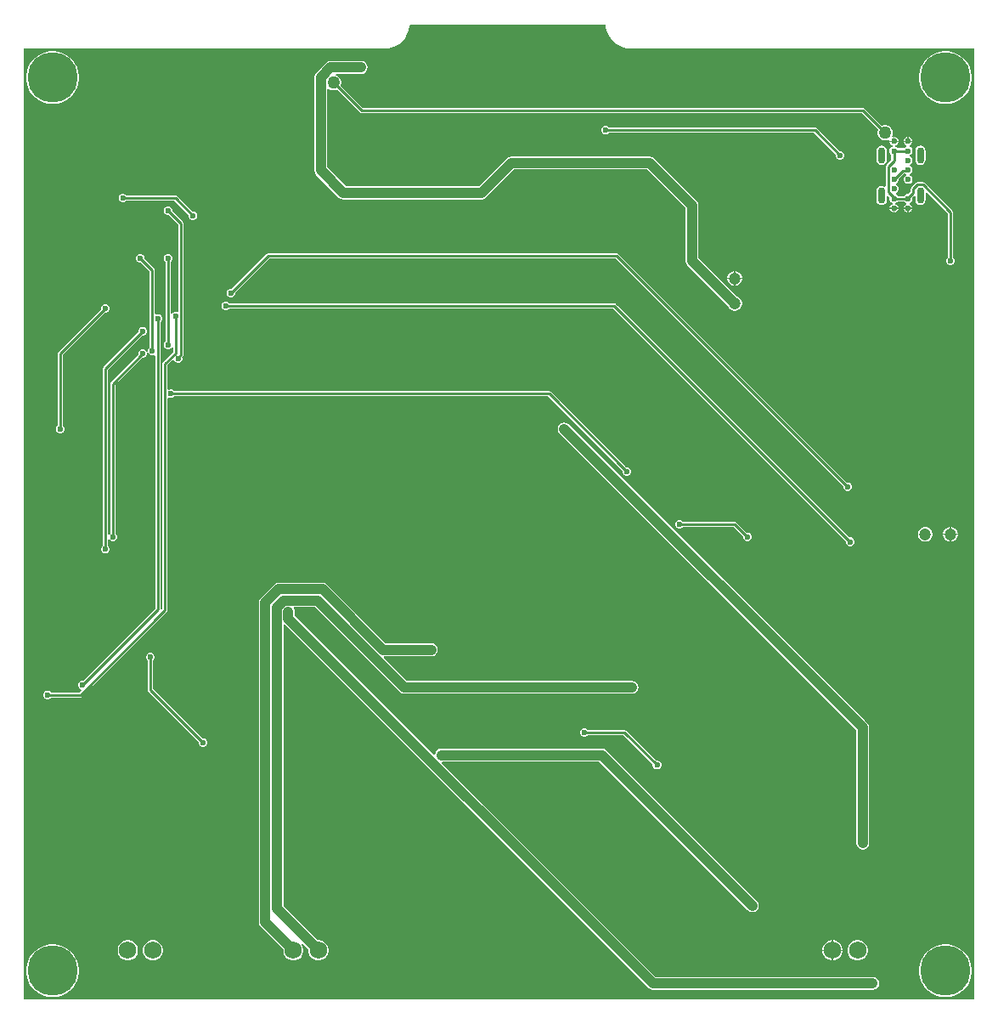
<source format=gbl>
G04*
G04 #@! TF.GenerationSoftware,Altium Limited,Altium Designer,21.6.4 (81)*
G04*
G04 Layer_Physical_Order=2*
G04 Layer_Color=16711680*
%FSLAX25Y25*%
%MOIN*%
G70*
G04*
G04 #@! TF.SameCoordinates,85F88870-6580-45CF-999F-45165BC928DD*
G04*
G04*
G04 #@! TF.FilePolarity,Positive*
G04*
G01*
G75*
%ADD15C,0.01000*%
%ADD123C,0.04000*%
%ADD126C,0.06890*%
%ADD127C,0.02362*%
%ADD128O,0.02756X0.06299*%
%ADD129C,0.04724*%
%ADD130C,0.19685*%
%ADD131C,0.02756*%
%ADD132C,0.05000*%
G36*
X238769Y392078D02*
X239149Y390495D01*
X239772Y388991D01*
X240623Y387603D01*
X241680Y386365D01*
X242918Y385308D01*
X244306Y384457D01*
X245810Y383834D01*
X247393Y383454D01*
X249016Y383326D01*
X383326D01*
X383326Y102362D01*
X383326Y102362D01*
Y10374D01*
X10374Y10374D01*
Y383326D01*
X151575D01*
X153198Y383454D01*
X154781Y383834D01*
X156285Y384457D01*
X157673Y385308D01*
X158911Y386365D01*
X159968Y387603D01*
X160819Y388991D01*
X161442Y390495D01*
X161822Y392078D01*
X161886Y392898D01*
X238704D01*
X238769Y392078D01*
D02*
G37*
%LPC*%
G36*
X372861Y382390D02*
X371233D01*
X369625Y382135D01*
X368077Y381632D01*
X366627Y380893D01*
X365310Y379936D01*
X364158Y378785D01*
X363201Y377468D01*
X362462Y376017D01*
X361959Y374469D01*
X361705Y372861D01*
Y371233D01*
X361959Y369625D01*
X362462Y368077D01*
X363201Y366627D01*
X364158Y365310D01*
X365310Y364158D01*
X366627Y363201D01*
X368077Y362462D01*
X369625Y361959D01*
X371233Y361705D01*
X372861D01*
X374469Y361959D01*
X376017Y362462D01*
X377468Y363201D01*
X378785Y364158D01*
X379936Y365310D01*
X380893Y366627D01*
X381632Y368077D01*
X382135Y369625D01*
X382390Y371233D01*
Y372861D01*
X382135Y374469D01*
X381632Y376017D01*
X380893Y377468D01*
X379936Y378785D01*
X378785Y379936D01*
X377468Y380893D01*
X376017Y381632D01*
X374469Y382135D01*
X372861Y382390D01*
D02*
G37*
G36*
X22467D02*
X20840D01*
X19232Y382135D01*
X17683Y381632D01*
X16233Y380893D01*
X14916Y379936D01*
X13765Y378785D01*
X12808Y377468D01*
X12069Y376017D01*
X11566Y374469D01*
X11311Y372861D01*
Y371233D01*
X11566Y369625D01*
X12069Y368077D01*
X12808Y366627D01*
X13765Y365310D01*
X14916Y364158D01*
X16233Y363201D01*
X17683Y362462D01*
X19232Y361959D01*
X20840Y361705D01*
X22467D01*
X24075Y361959D01*
X25624Y362462D01*
X27074Y363201D01*
X28391Y364158D01*
X29542Y365310D01*
X30499Y366627D01*
X31238Y368077D01*
X31741Y369625D01*
X31996Y371233D01*
Y372861D01*
X31741Y374469D01*
X31238Y376017D01*
X30499Y377468D01*
X29542Y378785D01*
X28391Y379936D01*
X27074Y380893D01*
X25624Y381632D01*
X24075Y382135D01*
X22467Y382390D01*
D02*
G37*
G36*
X352185Y348728D02*
X352100D01*
Y347297D01*
X353532D01*
Y347382D01*
X353276Y348000D01*
X352803Y348472D01*
X352185Y348728D01*
D02*
G37*
G36*
X357697D02*
X357612D01*
Y347297D01*
X359043D01*
Y347382D01*
X358787Y348000D01*
X358314Y348472D01*
X357697Y348728D01*
D02*
G37*
G36*
X357112D02*
X357028D01*
X356410Y348472D01*
X355937Y348000D01*
X355681Y347382D01*
Y347297D01*
X357112D01*
Y348728D01*
D02*
G37*
G36*
X142717Y378533D02*
X130724D01*
X129749Y378339D01*
X128922Y377787D01*
X125087Y373952D01*
X124535Y373125D01*
X124341Y372150D01*
Y335709D01*
X124535Y334733D01*
X125087Y333906D01*
X134024Y324969D01*
X134851Y324417D01*
X135827Y324223D01*
X189961D01*
X190936Y324417D01*
X191763Y324969D01*
X202828Y336034D01*
X254850D01*
X270020Y320864D01*
Y300266D01*
X270214Y299291D01*
X270766Y298464D01*
X286642Y282588D01*
X286703Y282360D01*
X287080Y281707D01*
X287613Y281174D01*
X288265Y280797D01*
X288993Y280602D01*
X289747D01*
X290475Y280797D01*
X291127Y281174D01*
X291660Y281707D01*
X292037Y282360D01*
X292232Y283088D01*
Y283841D01*
X292037Y284569D01*
X291660Y285222D01*
X291127Y285755D01*
X290475Y286132D01*
X290247Y286193D01*
X275117Y301322D01*
Y321920D01*
X274923Y322895D01*
X274371Y323722D01*
X257708Y340385D01*
X256881Y340938D01*
X255906Y341132D01*
X201772D01*
X200796Y340938D01*
X199969Y340385D01*
X188905Y329321D01*
X136883D01*
X129439Y336765D01*
Y367580D01*
X129939Y367787D01*
X130048Y367678D01*
X130732Y367283D01*
X131495Y367079D01*
X132285D01*
X133048Y367283D01*
X133172Y367355D01*
X142208Y358318D01*
X142539Y358097D01*
X142929Y358020D01*
X339357D01*
X345701Y351676D01*
X345630Y351552D01*
X345425Y350789D01*
Y349999D01*
X345630Y349236D01*
X346025Y348552D01*
X346583Y347993D01*
X347267Y347598D01*
X348030Y347394D01*
X348820D01*
X349583Y347598D01*
X349760Y347700D01*
X350086Y347446D01*
X350169Y347359D01*
Y347297D01*
X351600D01*
Y348728D01*
X351516D01*
X351502Y348723D01*
X351154Y349119D01*
X351221Y349236D01*
X351425Y349999D01*
Y350789D01*
X351221Y351552D01*
X350826Y352236D01*
X350267Y352794D01*
X349583Y353189D01*
X348820Y353394D01*
X348030D01*
X347267Y353189D01*
X347143Y353118D01*
X340500Y359760D01*
X340170Y359981D01*
X339779Y360059D01*
X143351D01*
X134614Y368797D01*
X134685Y368921D01*
X134890Y369684D01*
Y370474D01*
X134685Y371237D01*
X134290Y371921D01*
X133732Y372479D01*
X133048Y372874D01*
X132820Y372935D01*
X132886Y373435D01*
X142717D01*
X143692Y373629D01*
X144519Y374182D01*
X145071Y375009D01*
X145265Y375984D01*
X145071Y376960D01*
X144519Y377787D01*
X143692Y378339D01*
X142717Y378533D01*
D02*
G37*
G36*
X359043Y346797D02*
X357362D01*
X355681D01*
Y346713D01*
X355937Y346095D01*
X356410Y345622D01*
X356713Y345497D01*
Y344956D01*
X356359Y344809D01*
X355876Y344327D01*
X353336D01*
X352854Y344809D01*
X352500Y344956D01*
Y345497D01*
X352803Y345622D01*
X353276Y346095D01*
X353532Y346713D01*
Y346797D01*
X351850D01*
X350169D01*
Y346713D01*
X350425Y346095D01*
X350898Y345622D01*
X351201Y345497D01*
Y344956D01*
X350847Y344809D01*
X350348Y344311D01*
X350079Y343659D01*
Y342955D01*
X350348Y342303D01*
X350831Y341821D01*
Y339815D01*
X348858Y337842D01*
X348637Y337511D01*
X348559Y337121D01*
Y329491D01*
X348059Y329224D01*
X347776Y329413D01*
X347008Y329566D01*
X346240Y329413D01*
X345589Y328978D01*
X345154Y328327D01*
X345001Y327559D01*
Y324016D01*
X345154Y323248D01*
X345589Y322597D01*
X346240Y322162D01*
X347008Y322009D01*
X347776Y322162D01*
X348427Y322597D01*
X348862Y323248D01*
X349015Y324016D01*
Y325521D01*
X349477Y325712D01*
X350123Y325066D01*
X350079Y324959D01*
Y324254D01*
X350348Y323603D01*
X350847Y323104D01*
X351201Y322958D01*
Y322417D01*
X350898Y322291D01*
X350425Y321818D01*
X350169Y321200D01*
Y321116D01*
X351850D01*
X353532D01*
Y321200D01*
X353276Y321818D01*
X352803Y322291D01*
X352500Y322417D01*
Y322958D01*
X352854Y323104D01*
X353336Y323587D01*
X355876D01*
X356359Y323104D01*
X356713Y322958D01*
Y322417D01*
X356410Y322291D01*
X355937Y321818D01*
X355681Y321200D01*
Y321116D01*
X357362D01*
X359043D01*
Y321200D01*
X358787Y321818D01*
X358314Y322291D01*
X358012Y322417D01*
Y322958D01*
X358366Y323104D01*
X358864Y323603D01*
X359134Y324254D01*
Y324959D01*
X359072Y325108D01*
X359736Y325771D01*
X360198Y325580D01*
Y324016D01*
X360350Y323248D01*
X360786Y322597D01*
X361437Y322162D01*
X362205Y322009D01*
X362973Y322162D01*
X363624Y322597D01*
X364059Y323248D01*
X364212Y324016D01*
Y326894D01*
X364712Y327101D01*
X372996Y318817D01*
Y301555D01*
X372591Y301149D01*
X372335Y300531D01*
Y299863D01*
X372591Y299245D01*
X373063Y298772D01*
X373681Y298516D01*
X374350D01*
X374968Y298772D01*
X375441Y299245D01*
X375697Y299863D01*
Y300531D01*
X375441Y301149D01*
X375035Y301555D01*
Y319239D01*
X374958Y319629D01*
X374737Y319960D01*
X363948Y330749D01*
X363617Y330970D01*
X363227Y331047D01*
X361182D01*
X360792Y330970D01*
X360461Y330749D01*
X358765Y329052D01*
X358544Y328722D01*
X358467Y328331D01*
Y327386D01*
X357459Y326378D01*
X357010D01*
X356359Y326108D01*
X355876Y325626D01*
X353336D01*
X352854Y326108D01*
X352618Y326206D01*
Y326747D01*
X352854Y326845D01*
X353352Y327343D01*
X353622Y327994D01*
Y328699D01*
X353352Y329350D01*
X352854Y329848D01*
X352618Y329946D01*
Y330487D01*
X352854Y330585D01*
X353352Y331083D01*
X353622Y331734D01*
Y332416D01*
X355752Y334546D01*
X356137D01*
X356359Y334325D01*
X356594Y334227D01*
Y333686D01*
X356359Y333589D01*
X355860Y333090D01*
X355591Y332439D01*
Y331734D01*
X355860Y331083D01*
X356359Y330585D01*
X357010Y330315D01*
X357715D01*
X358366Y330585D01*
X358864Y331083D01*
X359134Y331734D01*
Y332439D01*
X358864Y333090D01*
X358366Y333589D01*
X358130Y333686D01*
Y334227D01*
X358366Y334325D01*
X358864Y334823D01*
X359134Y335474D01*
Y336179D01*
X358864Y336830D01*
X358366Y337329D01*
X358130Y337426D01*
Y337967D01*
X358366Y338065D01*
X358864Y338563D01*
X359134Y339214D01*
Y339919D01*
X358864Y340570D01*
X358366Y341069D01*
X358130Y341166D01*
Y341708D01*
X358366Y341805D01*
X358864Y342303D01*
X359134Y342955D01*
Y343659D01*
X358864Y344311D01*
X358366Y344809D01*
X358012Y344956D01*
Y345497D01*
X358314Y345622D01*
X358787Y346095D01*
X359043Y346713D01*
Y346797D01*
D02*
G37*
G36*
X239114Y353059D02*
X238445D01*
X237827Y352803D01*
X237354Y352330D01*
X237098Y351712D01*
Y351044D01*
X237354Y350426D01*
X237827Y349953D01*
X238445Y349697D01*
X239114D01*
X239732Y349953D01*
X240137Y350358D01*
X320444D01*
X329028Y341775D01*
Y341201D01*
X329283Y340583D01*
X329756Y340110D01*
X330374Y339854D01*
X331043D01*
X331661Y340110D01*
X332134Y340583D01*
X332390Y341201D01*
Y341870D01*
X332134Y342488D01*
X331661Y342961D01*
X331043Y343216D01*
X330469D01*
X321587Y352099D01*
X321256Y352320D01*
X320866Y352397D01*
X240137D01*
X239732Y352803D01*
X239114Y353059D01*
D02*
G37*
G36*
X362205Y345314D02*
X361437Y345161D01*
X360786Y344726D01*
X360350Y344075D01*
X360198Y343307D01*
Y339764D01*
X360350Y338996D01*
X360786Y338345D01*
X361437Y337910D01*
X362205Y337757D01*
X362973Y337910D01*
X363624Y338345D01*
X364059Y338996D01*
X364212Y339764D01*
Y343307D01*
X364059Y344075D01*
X363624Y344726D01*
X362973Y345161D01*
X362205Y345314D01*
D02*
G37*
G36*
X347008D02*
X346240Y345161D01*
X345589Y344726D01*
X345154Y344075D01*
X345001Y343307D01*
Y339764D01*
X345154Y338996D01*
X345589Y338345D01*
X346240Y337910D01*
X347008Y337757D01*
X347776Y337910D01*
X348427Y338345D01*
X348862Y338996D01*
X349015Y339764D01*
Y343307D01*
X348862Y344075D01*
X348427Y344726D01*
X347776Y345161D01*
X347008Y345314D01*
D02*
G37*
G36*
X359043Y320616D02*
X357612D01*
Y319185D01*
X357697D01*
X358314Y319441D01*
X358787Y319914D01*
X359043Y320532D01*
Y320616D01*
D02*
G37*
G36*
X357112D02*
X355681D01*
Y320532D01*
X355937Y319914D01*
X356410Y319441D01*
X357028Y319185D01*
X357112D01*
Y320616D01*
D02*
G37*
G36*
X353532D02*
X352100D01*
Y319185D01*
X352185D01*
X352803Y319441D01*
X353276Y319914D01*
X353532Y320532D01*
Y320616D01*
D02*
G37*
G36*
X351600D02*
X350169D01*
Y320532D01*
X350425Y319914D01*
X350898Y319441D01*
X351516Y319185D01*
X351600D01*
Y320616D01*
D02*
G37*
G36*
X49547Y326484D02*
X48878D01*
X48260Y326228D01*
X47787Y325755D01*
X47532Y325137D01*
Y324469D01*
X47787Y323851D01*
X48260Y323378D01*
X48878Y323122D01*
X49547D01*
X50165Y323378D01*
X50570Y323784D01*
X69460D01*
X75090Y318153D01*
Y317579D01*
X75346Y316961D01*
X75819Y316488D01*
X76437Y316232D01*
X77106D01*
X77724Y316488D01*
X78197Y316961D01*
X78453Y317579D01*
Y318248D01*
X78197Y318866D01*
X77724Y319338D01*
X77106Y319595D01*
X76533D01*
X70603Y325524D01*
X70272Y325745D01*
X69882Y325823D01*
X50570D01*
X50165Y326228D01*
X49547Y326484D01*
D02*
G37*
G36*
X289747Y296169D02*
X289620D01*
Y293557D01*
X292232D01*
Y293684D01*
X292037Y294412D01*
X291660Y295064D01*
X291127Y295597D01*
X290475Y295974D01*
X289747Y296169D01*
D02*
G37*
G36*
X289120D02*
X288993D01*
X288265Y295974D01*
X287613Y295597D01*
X287080Y295064D01*
X286703Y294412D01*
X286508Y293684D01*
Y293557D01*
X289120D01*
Y296169D01*
D02*
G37*
G36*
X292232Y293057D02*
X289620D01*
Y290445D01*
X289747D01*
X290475Y290640D01*
X291127Y291017D01*
X291660Y291550D01*
X292037Y292202D01*
X292232Y292930D01*
Y293057D01*
D02*
G37*
G36*
X289120D02*
X286508D01*
Y292930D01*
X286703Y292202D01*
X287080Y291550D01*
X287613Y291017D01*
X288265Y290640D01*
X288993Y290445D01*
X289120D01*
Y293057D01*
D02*
G37*
G36*
X67264Y321563D02*
X66595D01*
X65977Y321307D01*
X65504Y320834D01*
X65248Y320216D01*
Y319548D01*
X65504Y318930D01*
X65977Y318457D01*
X66595Y318201D01*
X67168D01*
X71043Y314326D01*
Y280413D01*
X70543Y280089D01*
X70216Y280224D01*
X69547D01*
X68930Y279969D01*
X68457Y279496D01*
X68449Y279476D01*
X67949Y279576D01*
Y299823D01*
X68354Y300229D01*
X68610Y300847D01*
Y301516D01*
X68354Y302133D01*
X67881Y302606D01*
X67264Y302862D01*
X66595D01*
X65977Y302606D01*
X65504Y302133D01*
X65248Y301516D01*
Y300847D01*
X65504Y300229D01*
X65909Y299823D01*
Y268515D01*
X65504Y268110D01*
X65248Y267492D01*
Y266823D01*
X65504Y266205D01*
X65977Y265732D01*
X66595Y265476D01*
X67264D01*
X67881Y265732D01*
X68354Y266205D01*
X68362Y266225D01*
X68862Y266125D01*
Y264334D01*
X65011Y260483D01*
X64790Y260152D01*
X64713Y259762D01*
Y163661D01*
X64512Y163498D01*
X64012Y163736D01*
Y276201D01*
X64417Y276607D01*
X64673Y277225D01*
Y277893D01*
X64417Y278511D01*
X63944Y278984D01*
X63327Y279240D01*
X62658D01*
X62331Y279105D01*
X61831Y279428D01*
Y296472D01*
X61753Y296863D01*
X61532Y297193D01*
X57784Y300942D01*
Y301516D01*
X57528Y302133D01*
X57055Y302606D01*
X56437Y302862D01*
X55768D01*
X55150Y302606D01*
X54677Y302133D01*
X54421Y301516D01*
Y300847D01*
X54677Y300229D01*
X55150Y299756D01*
X55768Y299500D01*
X56341D01*
X59791Y296050D01*
Y266122D01*
X59386Y265716D01*
X59130Y265098D01*
Y264579D01*
X59130Y264546D01*
X58630Y264447D01*
X58625Y264458D01*
X58512Y264732D01*
X58039Y265205D01*
X57421Y265461D01*
X56752D01*
X56134Y265205D01*
X55661Y264732D01*
X55405Y264114D01*
Y263540D01*
X44555Y252690D01*
X44334Y252359D01*
X44256Y251969D01*
Y193287D01*
X43850Y192881D01*
X43842Y192862D01*
X43342Y192962D01*
Y257452D01*
X56782Y270891D01*
X57355D01*
X57973Y271147D01*
X58446Y271620D01*
X58702Y272237D01*
Y272906D01*
X58446Y273524D01*
X57973Y273997D01*
X57355Y274253D01*
X56686D01*
X56068Y273997D01*
X55596Y273524D01*
X55340Y272906D01*
Y272333D01*
X41602Y258595D01*
X41381Y258264D01*
X41303Y257874D01*
Y188366D01*
X40898Y187960D01*
X40642Y187342D01*
Y186673D01*
X40898Y186056D01*
X41371Y185583D01*
X41988Y185327D01*
X42657D01*
X43275Y185583D01*
X43748Y186056D01*
X44004Y186673D01*
Y187342D01*
X43748Y187960D01*
X43342Y188366D01*
Y190897D01*
X43842Y190996D01*
X43850Y190977D01*
X44323Y190504D01*
X44941Y190248D01*
X45610D01*
X46228Y190504D01*
X46701Y190977D01*
X46957Y191595D01*
Y192263D01*
X46701Y192881D01*
X46295Y193287D01*
Y251546D01*
X56847Y262098D01*
X57421D01*
X58039Y262354D01*
X58512Y262827D01*
X58768Y263445D01*
Y263964D01*
X58768Y263997D01*
X59268Y264097D01*
X59272Y264086D01*
X59386Y263811D01*
X59859Y263339D01*
X60477Y263083D01*
X61145D01*
X61472Y263218D01*
X61972Y262895D01*
Y163808D01*
X33704Y135539D01*
X33130D01*
X32512Y135283D01*
X32039Y134810D01*
X31784Y134193D01*
Y133524D01*
X32039Y132906D01*
X32512Y132433D01*
X32839Y132298D01*
X32964Y131715D01*
X32190Y130941D01*
X21043D01*
X20637Y131346D01*
X20019Y131602D01*
X19351D01*
X18733Y131346D01*
X18260Y130874D01*
X18004Y130256D01*
Y129587D01*
X18260Y128969D01*
X18733Y128496D01*
X19351Y128240D01*
X20019D01*
X20637Y128496D01*
X21043Y128902D01*
X32612D01*
X33002Y128979D01*
X33333Y129200D01*
X66453Y162320D01*
X66674Y162651D01*
X66752Y163041D01*
Y246162D01*
X67252Y246486D01*
X67579Y246350D01*
X68248D01*
X68866Y246606D01*
X69271Y247012D01*
X216113D01*
X245366Y217759D01*
Y217185D01*
X245622Y216567D01*
X246095Y216094D01*
X246713Y215839D01*
X247382D01*
X248000Y216094D01*
X248472Y216567D01*
X248728Y217185D01*
Y217854D01*
X248472Y218472D01*
X248000Y218945D01*
X247382Y219201D01*
X246808D01*
X217256Y248752D01*
X216926Y248973D01*
X216535Y249051D01*
X69271D01*
X68866Y249457D01*
X68248Y249713D01*
X67579D01*
X67252Y249577D01*
X66752Y249901D01*
Y259339D01*
X68723Y261311D01*
X69305Y261186D01*
X69441Y260859D01*
X69914Y260386D01*
X70532Y260130D01*
X71201D01*
X71818Y260386D01*
X72291Y260859D01*
X72547Y261477D01*
Y262145D01*
X72467Y262339D01*
X72784Y262655D01*
X73005Y262986D01*
X73083Y263376D01*
Y314748D01*
X73005Y315138D01*
X72784Y315469D01*
X68610Y319643D01*
Y320216D01*
X68354Y320834D01*
X67881Y321307D01*
X67264Y321563D01*
D02*
G37*
G36*
X42657Y283177D02*
X41988D01*
X41371Y282921D01*
X40898Y282448D01*
X40642Y281831D01*
Y281257D01*
X23885Y264500D01*
X23664Y264170D01*
X23587Y263779D01*
Y235610D01*
X23181Y235204D01*
X22925Y234586D01*
Y233918D01*
X23181Y233300D01*
X23654Y232827D01*
X24272Y232571D01*
X24941D01*
X25559Y232827D01*
X26032Y233300D01*
X26287Y233918D01*
Y234586D01*
X26032Y235204D01*
X25626Y235610D01*
Y263357D01*
X42084Y279815D01*
X42657D01*
X43275Y280071D01*
X43748Y280544D01*
X44004Y281162D01*
Y281831D01*
X43748Y282448D01*
X43275Y282921D01*
X42657Y283177D01*
D02*
G37*
G36*
X243110Y303185D02*
X106299D01*
X105909Y303107D01*
X105578Y302886D01*
X91775Y289083D01*
X91201D01*
X90583Y288827D01*
X90110Y288354D01*
X89854Y287736D01*
Y287067D01*
X90110Y286449D01*
X90583Y285976D01*
X91201Y285720D01*
X91870D01*
X92488Y285976D01*
X92961Y286449D01*
X93217Y287067D01*
Y287641D01*
X106721Y301146D01*
X242688D01*
X331980Y211853D01*
Y211280D01*
X332236Y210662D01*
X332709Y210189D01*
X333327Y209933D01*
X333996D01*
X334614Y210189D01*
X335087Y210662D01*
X335343Y211280D01*
Y211949D01*
X335087Y212566D01*
X334614Y213039D01*
X333996Y213295D01*
X333422D01*
X243831Y302886D01*
X243500Y303107D01*
X243110Y303185D01*
D02*
G37*
G36*
X374393Y195776D02*
X374266D01*
Y193163D01*
X376878D01*
Y193290D01*
X376683Y194018D01*
X376306Y194671D01*
X375773Y195204D01*
X375120Y195580D01*
X374393Y195776D01*
D02*
G37*
G36*
X373766D02*
X373639D01*
X372911Y195580D01*
X372258Y195204D01*
X371725Y194671D01*
X371349Y194018D01*
X371153Y193290D01*
Y193163D01*
X373766D01*
Y195776D01*
D02*
G37*
G36*
X268051Y198531D02*
X267382D01*
X266764Y198275D01*
X266291Y197803D01*
X266035Y197185D01*
Y196516D01*
X266291Y195898D01*
X266764Y195425D01*
X267382Y195169D01*
X268051D01*
X268669Y195425D01*
X269074Y195831D01*
X288948D01*
X292610Y192168D01*
Y191595D01*
X292866Y190977D01*
X293339Y190504D01*
X293957Y190248D01*
X294626D01*
X295244Y190504D01*
X295717Y190977D01*
X295972Y191595D01*
Y192263D01*
X295717Y192881D01*
X295244Y193354D01*
X294626Y193610D01*
X294052D01*
X290091Y197571D01*
X289760Y197792D01*
X289370Y197870D01*
X269074D01*
X268669Y198275D01*
X268051Y198531D01*
D02*
G37*
G36*
X376878Y192663D02*
X374266D01*
Y190051D01*
X374393D01*
X375120Y190246D01*
X375773Y190623D01*
X376306Y191156D01*
X376683Y191809D01*
X376878Y192537D01*
Y192663D01*
D02*
G37*
G36*
X373766D02*
X371153D01*
Y192537D01*
X371349Y191809D01*
X371725Y191156D01*
X372258Y190623D01*
X372911Y190246D01*
X373639Y190051D01*
X373766D01*
Y192663D01*
D02*
G37*
G36*
X364550Y195776D02*
X363796D01*
X363069Y195580D01*
X362416Y195204D01*
X361883Y194671D01*
X361506Y194018D01*
X361311Y193290D01*
Y192537D01*
X361506Y191809D01*
X361883Y191156D01*
X362416Y190623D01*
X363069Y190246D01*
X363796Y190051D01*
X364550D01*
X365278Y190246D01*
X365931Y190623D01*
X366464Y191156D01*
X366840Y191809D01*
X367035Y192537D01*
Y193290D01*
X366840Y194018D01*
X366464Y194671D01*
X365931Y195204D01*
X365278Y195580D01*
X364550Y195776D01*
D02*
G37*
G36*
X89901Y284161D02*
X89232D01*
X88615Y283906D01*
X88142Y283433D01*
X87886Y282815D01*
Y282146D01*
X88142Y281528D01*
X88615Y281055D01*
X89232Y280799D01*
X89901D01*
X90519Y281055D01*
X90925Y281461D01*
X241704D01*
X332965Y190200D01*
Y189626D01*
X333221Y189008D01*
X333693Y188535D01*
X334311Y188279D01*
X334980D01*
X335598Y188535D01*
X336071Y189008D01*
X336327Y189626D01*
Y190295D01*
X336071Y190913D01*
X335598Y191386D01*
X334980Y191642D01*
X334406D01*
X242847Y283201D01*
X242516Y283422D01*
X242126Y283500D01*
X90925D01*
X90519Y283906D01*
X89901Y284161D01*
D02*
G37*
G36*
X127526Y173951D02*
X110445D01*
X109470Y173757D01*
X108643Y173204D01*
X103371Y167932D01*
X102818Y167105D01*
X102624Y166130D01*
Y40693D01*
X102818Y39718D01*
X103371Y38890D01*
X112197Y30064D01*
Y29205D01*
X112466Y28202D01*
X112985Y27302D01*
X113719Y26568D01*
X114619Y26048D01*
X115622Y25780D01*
X116661D01*
X117664Y26048D01*
X118564Y26568D01*
X119298Y27302D01*
X119818Y28202D01*
X120087Y29205D01*
Y30244D01*
X119818Y31247D01*
X119364Y32032D01*
X119764Y32339D01*
X122039Y30064D01*
Y29205D01*
X122308Y28202D01*
X122828Y27302D01*
X123562Y26568D01*
X124462Y26048D01*
X125465Y25780D01*
X126504D01*
X127507Y26048D01*
X128407Y26568D01*
X129141Y27302D01*
X129660Y28202D01*
X129929Y29205D01*
Y30244D01*
X129660Y31247D01*
X129141Y32147D01*
X128407Y32881D01*
X127507Y33400D01*
X126504Y33669D01*
X125644D01*
X112222Y47091D01*
Y157614D01*
X112722Y157821D01*
X255613Y14930D01*
X256440Y14377D01*
X257416Y14183D01*
X343504D01*
X344479Y14377D01*
X345306Y14930D01*
X345859Y15757D01*
X346053Y16732D01*
X345859Y17708D01*
X345306Y18535D01*
X344479Y19087D01*
X343504Y19281D01*
X258471D01*
X174502Y103250D01*
X174709Y103750D01*
X236149D01*
X294457Y45442D01*
X295284Y44889D01*
X296260Y44695D01*
X297235Y44889D01*
X298062Y45442D01*
X298615Y46269D01*
X298809Y47244D01*
X298615Y48219D01*
X298062Y49046D01*
X239007Y108102D01*
X238180Y108654D01*
X237205Y108848D01*
X174213D01*
X173237Y108654D01*
X172410Y108102D01*
X171858Y107275D01*
X171746Y106714D01*
X171203Y106549D01*
X116722Y161030D01*
Y162402D01*
X116528Y163377D01*
X116210Y163853D01*
X116478Y164353D01*
X124607D01*
X157888Y131072D01*
X158715Y130519D01*
X159690Y130325D01*
X249016D01*
X249991Y130519D01*
X250818Y131072D01*
X251371Y131899D01*
X251565Y132874D01*
X251371Y133850D01*
X250818Y134676D01*
X249991Y135229D01*
X249016Y135423D01*
X160746D01*
X151580Y144589D01*
X151787Y145089D01*
X170276D01*
X171251Y145283D01*
X172078Y145835D01*
X172631Y146662D01*
X172825Y147638D01*
X172631Y148613D01*
X172078Y149440D01*
X171251Y149993D01*
X170276Y150187D01*
X152346D01*
X129329Y173204D01*
X128502Y173757D01*
X127526Y173951D01*
D02*
G37*
G36*
X60374Y146366D02*
X59705D01*
X59087Y146110D01*
X58614Y145637D01*
X58358Y145019D01*
Y144351D01*
X58614Y143733D01*
X59020Y143327D01*
Y131890D01*
X59097Y131500D01*
X59318Y131169D01*
X79028Y111460D01*
Y110886D01*
X79283Y110268D01*
X79756Y109795D01*
X80374Y109539D01*
X81043D01*
X81661Y109795D01*
X82134Y110268D01*
X82390Y110886D01*
Y111555D01*
X82134Y112173D01*
X81661Y112646D01*
X81043Y112902D01*
X80470D01*
X61059Y132312D01*
Y143327D01*
X61465Y143733D01*
X61721Y144351D01*
Y145019D01*
X61465Y145637D01*
X60992Y146110D01*
X60374Y146366D01*
D02*
G37*
G36*
X230649Y116839D02*
X229981D01*
X229363Y116583D01*
X228890Y116110D01*
X228634Y115492D01*
Y114823D01*
X228890Y114205D01*
X229363Y113732D01*
X229981Y113476D01*
X230649D01*
X231267Y113732D01*
X231673Y114138D01*
X245641D01*
X257177Y102601D01*
Y102028D01*
X257433Y101410D01*
X257906Y100937D01*
X258524Y100681D01*
X259193D01*
X259810Y100937D01*
X260283Y101410D01*
X260539Y102028D01*
Y102697D01*
X260283Y103314D01*
X259810Y103787D01*
X259193Y104043D01*
X258619D01*
X246784Y115878D01*
X246453Y116100D01*
X246063Y116177D01*
X231673D01*
X231267Y116583D01*
X230649Y116839D01*
D02*
G37*
G36*
X222441Y236801D02*
X221465Y236607D01*
X220638Y236054D01*
X220086Y235227D01*
X219892Y234252D01*
X220086Y233277D01*
X220638Y232450D01*
X337018Y116070D01*
Y74803D01*
Y71850D01*
X337212Y70875D01*
X337765Y70048D01*
X338592Y69495D01*
X339567Y69301D01*
X340542Y69495D01*
X341369Y70048D01*
X341922Y70875D01*
X342116Y71850D01*
Y74803D01*
Y117126D01*
X341922Y118101D01*
X341369Y118928D01*
X224243Y236054D01*
X223416Y236607D01*
X222441Y236801D01*
D02*
G37*
G36*
X328275Y33669D02*
X328006D01*
Y29974D01*
X331701D01*
Y30244D01*
X331432Y31247D01*
X330913Y32147D01*
X330178Y32881D01*
X329279Y33400D01*
X328275Y33669D01*
D02*
G37*
G36*
X327506D02*
X327237D01*
X326233Y33400D01*
X325334Y32881D01*
X324599Y32147D01*
X324080Y31247D01*
X323811Y30244D01*
Y29974D01*
X327506D01*
Y33669D01*
D02*
G37*
G36*
X338118D02*
X337079D01*
X336076Y33400D01*
X335176Y32881D01*
X334442Y32147D01*
X333922Y31247D01*
X333653Y30244D01*
Y29205D01*
X333922Y28202D01*
X334442Y27302D01*
X335176Y26568D01*
X336076Y26048D01*
X337079Y25780D01*
X338118D01*
X339121Y26048D01*
X340021Y26568D01*
X340755Y27302D01*
X341274Y28202D01*
X341543Y29205D01*
Y30244D01*
X341274Y31247D01*
X340755Y32147D01*
X340021Y32881D01*
X339121Y33400D01*
X338118Y33669D01*
D02*
G37*
G36*
X331701Y29474D02*
X328006D01*
Y25780D01*
X328275D01*
X329279Y26048D01*
X330178Y26568D01*
X330913Y27302D01*
X331432Y28202D01*
X331701Y29205D01*
Y29474D01*
D02*
G37*
G36*
X327506D02*
X323811D01*
Y29205D01*
X324080Y28202D01*
X324599Y27302D01*
X325334Y26568D01*
X326233Y26048D01*
X327237Y25780D01*
X327506D01*
Y29474D01*
D02*
G37*
G36*
X61543Y33669D02*
X60504D01*
X59501Y33400D01*
X58601Y32881D01*
X57867Y32147D01*
X57348Y31247D01*
X57079Y30244D01*
Y29205D01*
X57348Y28202D01*
X57867Y27302D01*
X58601Y26568D01*
X59501Y26048D01*
X60504Y25780D01*
X61543D01*
X62546Y26048D01*
X63446Y26568D01*
X64180Y27302D01*
X64700Y28202D01*
X64969Y29205D01*
Y30244D01*
X64700Y31247D01*
X64180Y32147D01*
X63446Y32881D01*
X62546Y33400D01*
X61543Y33669D01*
D02*
G37*
G36*
X51701D02*
X50662D01*
X49658Y33400D01*
X48759Y32881D01*
X48024Y32147D01*
X47505Y31247D01*
X47236Y30244D01*
Y29205D01*
X47505Y28202D01*
X48024Y27302D01*
X48759Y26568D01*
X49658Y26048D01*
X50662Y25780D01*
X51701D01*
X52704Y26048D01*
X53603Y26568D01*
X54338Y27302D01*
X54857Y28202D01*
X55126Y29205D01*
Y30244D01*
X54857Y31247D01*
X54338Y32147D01*
X53603Y32881D01*
X52704Y33400D01*
X51701Y33669D01*
D02*
G37*
G36*
X372861Y31996D02*
X371233D01*
X369625Y31741D01*
X368077Y31238D01*
X366627Y30499D01*
X365310Y29542D01*
X364158Y28391D01*
X363201Y27074D01*
X362462Y25624D01*
X361959Y24075D01*
X361705Y22467D01*
Y20840D01*
X361959Y19232D01*
X362462Y17683D01*
X363201Y16233D01*
X364158Y14916D01*
X365310Y13765D01*
X366627Y12808D01*
X368077Y12069D01*
X369625Y11566D01*
X371233Y11311D01*
X372861D01*
X374469Y11566D01*
X376017Y12069D01*
X377468Y12808D01*
X378785Y13765D01*
X379936Y14916D01*
X380893Y16233D01*
X381632Y17683D01*
X382135Y19232D01*
X382390Y20840D01*
Y22467D01*
X382135Y24075D01*
X381632Y25624D01*
X380893Y27074D01*
X379936Y28391D01*
X378785Y29542D01*
X377468Y30499D01*
X376017Y31238D01*
X374469Y31741D01*
X372861Y31996D01*
D02*
G37*
G36*
X22467D02*
X20840D01*
X19232Y31741D01*
X17683Y31238D01*
X16233Y30499D01*
X14916Y29542D01*
X13765Y28391D01*
X12808Y27074D01*
X12069Y25624D01*
X11566Y24075D01*
X11311Y22467D01*
Y20840D01*
X11566Y19232D01*
X12069Y17683D01*
X12808Y16233D01*
X13765Y14916D01*
X14916Y13765D01*
X16233Y12808D01*
X17683Y12069D01*
X19232Y11566D01*
X20840Y11311D01*
X22467D01*
X24075Y11566D01*
X25624Y12069D01*
X27074Y12808D01*
X28391Y13765D01*
X29542Y14916D01*
X30499Y16233D01*
X31238Y17683D01*
X31741Y19232D01*
X31996Y20840D01*
Y22467D01*
X31741Y24075D01*
X31238Y25624D01*
X30499Y27074D01*
X29542Y28391D01*
X28391Y29542D01*
X27074Y30499D01*
X25624Y31238D01*
X24075Y31741D01*
X22467Y31996D01*
D02*
G37*
%LPD*%
D15*
X89567Y282480D02*
X242126D01*
X91535Y287402D02*
X106299Y302165D01*
X242126Y282480D02*
X334646Y189961D01*
X106299Y302165D02*
X243110D01*
X333661Y211614D01*
X349579Y327052D02*
X351850Y324780D01*
X349579Y337121D02*
X351850Y339393D01*
X359486Y328331D02*
X361182Y330028D01*
X351850Y324606D02*
Y324780D01*
X357362Y324606D02*
Y324840D01*
X359486Y326964D01*
X357102Y335566D02*
X357362Y335827D01*
X355330Y335566D02*
X357102D01*
X351850Y332087D02*
X355330Y335566D01*
X66929Y267157D02*
Y301181D01*
X60811Y264764D02*
Y296472D01*
X56102Y301181D02*
X60811Y296472D01*
X70866Y261811D02*
Y262180D01*
X72063Y263376D01*
Y314748D01*
X66929Y319882D02*
X72063Y314748D01*
X246063Y115157D02*
X258858Y102362D01*
X230315Y115157D02*
X246063D01*
X289370Y196850D02*
X294291Y191929D01*
X267717Y196850D02*
X289370D01*
X216535Y248031D02*
X247047Y217520D01*
X67913Y248031D02*
X216535D01*
X374016Y300197D02*
Y319239D01*
X363227Y330028D02*
X374016Y319239D01*
X361182Y330028D02*
X363227D01*
X359486Y326964D02*
Y328331D01*
X349579Y327052D02*
Y337121D01*
X351850Y339393D02*
Y343307D01*
X357362D01*
X351850Y324606D02*
X357362D01*
X320866Y351378D02*
X330709Y341535D01*
X238779Y351378D02*
X320866D01*
X339779Y359039D02*
X348425Y350394D01*
X142929Y359039D02*
X339779D01*
X131890Y370079D02*
X142929Y359039D01*
X69882Y324803D02*
X76772Y317913D01*
X49213Y324803D02*
X69882D01*
X24606Y263779D02*
X42323Y281496D01*
X24606Y234252D02*
Y263779D01*
X42323Y257874D02*
X57021Y272572D01*
X42323Y187008D02*
Y257874D01*
X45276Y251969D02*
X57087Y263779D01*
X45276Y191929D02*
Y251969D01*
X62992Y163386D02*
Y277559D01*
X33465Y133858D02*
X62992Y163386D01*
X69882Y263911D02*
Y278543D01*
X65732Y259762D02*
X69882Y263911D01*
X65732Y163041D02*
Y259762D01*
X32612Y129921D02*
X65732Y163041D01*
X19685Y129921D02*
X32612D01*
X60039Y131890D02*
Y144685D01*
Y131890D02*
X80709Y111221D01*
D123*
X339567Y71850D02*
Y74803D01*
Y117126D01*
X222441Y234252D02*
X339567Y117126D01*
X114173Y159975D02*
X257416Y16732D01*
X343504D01*
X114173Y159975D02*
Y162402D01*
X237205Y106299D02*
X296260Y47244D01*
X174213Y106299D02*
X237205D01*
X255906Y338583D02*
X272568Y321920D01*
Y300266D02*
Y321920D01*
Y300266D02*
X289370Y283465D01*
X201772Y338583D02*
X255906D01*
X189961Y326772D02*
X201772Y338583D01*
X135827Y326772D02*
X189961D01*
X130724Y375984D02*
X142717D01*
X126890Y372150D02*
X130724Y375984D01*
X126890Y335709D02*
Y372150D01*
Y335709D02*
X135827Y326772D01*
X151290Y147638D02*
X170276D01*
X127526Y171402D02*
X151290Y147638D01*
X110445Y171402D02*
X127526D01*
X105173Y166130D02*
X110445Y171402D01*
X105173Y40693D02*
Y166130D01*
Y40693D02*
X116142Y29724D01*
X159690Y132874D02*
X249016D01*
X125663Y166902D02*
X159690Y132874D01*
X112309Y166902D02*
X125663D01*
X109673Y164266D02*
X112309Y166902D01*
X109673Y46035D02*
Y164266D01*
Y46035D02*
X125984Y29724D01*
D126*
X327756D02*
D03*
X337598D02*
D03*
X61024D02*
D03*
X51181D02*
D03*
X125984D02*
D03*
X116142D02*
D03*
D127*
X357362Y320866D02*
D03*
Y324606D02*
D03*
Y332087D02*
D03*
Y335827D02*
D03*
Y339567D02*
D03*
Y343307D02*
D03*
Y347047D02*
D03*
X351850Y320866D02*
D03*
Y324606D02*
D03*
Y328346D02*
D03*
Y332087D02*
D03*
Y335827D02*
D03*
Y343307D02*
D03*
Y347047D02*
D03*
X89567Y282480D02*
D03*
X91535Y287402D02*
D03*
X96457Y309055D02*
D03*
X339567Y85630D02*
D03*
Y81037D02*
D03*
Y76444D02*
D03*
Y71850D02*
D03*
X334646Y16732D02*
D03*
X337598D02*
D03*
X340551D02*
D03*
X343504D02*
D03*
X374016Y351093D02*
D03*
X337598Y319110D02*
D03*
X310039Y294291D02*
D03*
X331693Y295276D02*
D03*
X319882Y294291D02*
D03*
X42323Y172244D02*
D03*
X45276Y191929D02*
D03*
X42323Y187008D02*
D03*
X11524Y119095D02*
D03*
X302165Y377953D02*
D03*
X303150Y370079D02*
D03*
X290354Y361221D02*
D03*
X142717Y375984D02*
D03*
X135827Y326772D02*
D03*
X255906Y338583D02*
D03*
X188976Y232283D02*
D03*
X43727Y276994D02*
D03*
X43293Y270578D02*
D03*
X29528Y261811D02*
D03*
X102362Y270669D02*
D03*
X127953Y268701D02*
D03*
X81693Y328740D02*
D03*
X72835Y364173D02*
D03*
X62992Y375000D02*
D03*
X49213D02*
D03*
X98425D02*
D03*
X116142Y345472D02*
D03*
X106299Y346457D02*
D03*
X157480Y312008D02*
D03*
X147638Y313976D02*
D03*
X230315Y320866D02*
D03*
X250984Y328740D02*
D03*
X173228Y187992D02*
D03*
X266732Y168307D02*
D03*
X281496Y223425D02*
D03*
X314961Y249016D02*
D03*
X342520Y213583D02*
D03*
X339403Y177330D02*
D03*
X332677Y179134D02*
D03*
X363189Y167323D02*
D03*
Y95472D02*
D03*
X327756Y153543D02*
D03*
X320866Y152559D02*
D03*
X296260Y36417D02*
D03*
X156496Y13780D02*
D03*
X181102D02*
D03*
X170276Y88583D02*
D03*
X133858Y170276D02*
D03*
X71850Y146653D02*
D03*
X125984Y102362D02*
D03*
X21654Y110236D02*
D03*
X26575Y218504D02*
D03*
X36417Y293307D02*
D03*
X25591Y292323D02*
D03*
X15748Y342520D02*
D03*
X247047Y217520D02*
D03*
X67913Y248031D02*
D03*
X170276Y147638D02*
D03*
X249016Y132874D02*
D03*
X267717Y196850D02*
D03*
X294291Y191929D02*
D03*
X222441Y234252D02*
D03*
X333661Y211614D02*
D03*
X334646Y189961D02*
D03*
X80709Y111221D02*
D03*
X60039Y144685D02*
D03*
X114173Y162402D02*
D03*
X258858Y102362D02*
D03*
X230315Y115157D02*
D03*
X174213Y106299D02*
D03*
X296260Y47244D02*
D03*
X66929Y319882D02*
D03*
X70866Y261811D02*
D03*
X57087Y263779D02*
D03*
X33465Y133858D02*
D03*
X57021Y272572D02*
D03*
X66929Y267157D02*
D03*
X60811Y264764D02*
D03*
X19685Y129921D02*
D03*
X69882Y278543D02*
D03*
X62992Y277559D02*
D03*
X24606Y234252D02*
D03*
X42323Y281496D02*
D03*
X56102Y301181D02*
D03*
X66929D02*
D03*
X76772Y317913D02*
D03*
X49213Y324803D02*
D03*
X374016Y300197D02*
D03*
X238779Y351378D02*
D03*
X330709Y341535D02*
D03*
D128*
X362205Y325787D02*
D03*
Y341535D02*
D03*
X347008D02*
D03*
Y325787D02*
D03*
D129*
X289370Y293307D02*
D03*
Y283465D02*
D03*
X374016Y192913D02*
D03*
X364173D02*
D03*
D130*
X21654Y372047D02*
D03*
Y21654D02*
D03*
X372047D02*
D03*
Y372047D02*
D03*
D131*
X82677Y295275D02*
D03*
X206693Y307086D02*
D03*
X230315D02*
D03*
X147638D02*
D03*
X194882D02*
D03*
X171260D02*
D03*
X112205D02*
D03*
X135827D02*
D03*
X183071D02*
D03*
X218504D02*
D03*
X118110Y295275D02*
D03*
X153543D02*
D03*
X165354D02*
D03*
X372047Y330709D02*
D03*
X366142Y295275D02*
D03*
X372047Y283465D02*
D03*
X366142Y248031D02*
D03*
Y224409D02*
D03*
X372047Y212598D02*
D03*
X366142Y200787D02*
D03*
Y177165D02*
D03*
X372047Y165354D02*
D03*
Y141732D02*
D03*
Y94488D02*
D03*
X360236Y377953D02*
D03*
X354331Y366142D02*
D03*
X360236Y354331D02*
D03*
X354331Y295275D02*
D03*
Y271654D02*
D03*
X360236Y259842D02*
D03*
X354331Y224409D02*
D03*
X360236Y212598D02*
D03*
X354331Y200787D02*
D03*
X348425Y377953D02*
D03*
X342520Y342520D02*
D03*
Y295275D02*
D03*
X348425Y283465D02*
D03*
X342520Y271654D02*
D03*
X348425Y259842D02*
D03*
X342520Y248031D02*
D03*
X348425Y212598D02*
D03*
X342520Y153543D02*
D03*
X348425Y94488D02*
D03*
X330709Y366142D02*
D03*
X336614Y354331D02*
D03*
Y259842D02*
D03*
X330709Y248031D02*
D03*
Y200787D02*
D03*
X336614Y165354D02*
D03*
Y141732D02*
D03*
X330709Y106299D02*
D03*
Y82677D02*
D03*
Y11811D02*
D03*
X324803Y259842D02*
D03*
Y212598D02*
D03*
X318898Y200787D02*
D03*
X324803Y188976D02*
D03*
X318898Y177165D02*
D03*
Y129921D02*
D03*
X324803Y118110D02*
D03*
X318898Y106299D02*
D03*
X324803Y94488D02*
D03*
Y70866D02*
D03*
Y47244D02*
D03*
X318898Y11811D02*
D03*
X307086Y342520D02*
D03*
X312992Y330709D02*
D03*
X307086Y271654D02*
D03*
Y248031D02*
D03*
Y224409D02*
D03*
X312992Y188976D02*
D03*
X307086Y177165D02*
D03*
X312992Y165354D02*
D03*
X307086Y106299D02*
D03*
Y35433D02*
D03*
Y11811D02*
D03*
X295275Y318898D02*
D03*
X301181Y307086D02*
D03*
X295275Y271654D02*
D03*
X301181Y259842D02*
D03*
X295275Y224409D02*
D03*
X301181Y188976D02*
D03*
Y165354D02*
D03*
Y141732D02*
D03*
X295275Y11811D02*
D03*
X289370Y377953D02*
D03*
X283465Y366142D02*
D03*
X289370Y330709D02*
D03*
X283465Y318898D02*
D03*
X289370Y307086D02*
D03*
X283465Y271654D02*
D03*
X289370Y259842D02*
D03*
X283465Y248031D02*
D03*
X289370Y212598D02*
D03*
Y188976D02*
D03*
Y118110D02*
D03*
X277559Y377953D02*
D03*
X271654Y366142D02*
D03*
X277559Y354331D02*
D03*
X271654Y342520D02*
D03*
X277559Y283465D02*
D03*
X271654Y248031D02*
D03*
X277559Y236220D02*
D03*
Y118110D02*
D03*
X265748Y377953D02*
D03*
X259842Y366142D02*
D03*
X265748Y354331D02*
D03*
Y307086D02*
D03*
X259842Y295275D02*
D03*
Y271654D02*
D03*
X265748Y236220D02*
D03*
Y212598D02*
D03*
Y118110D02*
D03*
X253937Y377953D02*
D03*
X248031Y366142D02*
D03*
Y318898D02*
D03*
X253937Y307086D02*
D03*
Y259842D02*
D03*
Y236220D02*
D03*
X248031Y224409D02*
D03*
Y200787D02*
D03*
X253937Y118110D02*
D03*
X236220Y318898D02*
D03*
X242126Y307086D02*
D03*
Y259842D02*
D03*
X236220Y200787D02*
D03*
X242126Y118110D02*
D03*
X230315Y377953D02*
D03*
X224409Y366142D02*
D03*
X230315Y354331D02*
D03*
X224409Y318898D02*
D03*
Y200787D02*
D03*
X218504Y377953D02*
D03*
X212598Y366142D02*
D03*
X218504Y354331D02*
D03*
Y330709D02*
D03*
X212598Y318898D02*
D03*
X218504Y236220D02*
D03*
X212598Y200787D02*
D03*
X218504Y141732D02*
D03*
X206693Y377953D02*
D03*
X200787Y366142D02*
D03*
X206693Y354331D02*
D03*
Y330709D02*
D03*
X200787Y318898D02*
D03*
X206693Y236220D02*
D03*
X200787Y200787D02*
D03*
Y177165D02*
D03*
Y153543D02*
D03*
Y82677D02*
D03*
X194882Y377953D02*
D03*
X188976Y366142D02*
D03*
X194882Y354331D02*
D03*
X188976Y318898D02*
D03*
Y271654D02*
D03*
X194882Y259842D02*
D03*
Y212598D02*
D03*
X188976Y177165D02*
D03*
X194882Y118110D02*
D03*
Y94488D02*
D03*
Y23622D02*
D03*
X188976Y11811D02*
D03*
X183071Y377953D02*
D03*
X177165Y366142D02*
D03*
Y342520D02*
D03*
Y318898D02*
D03*
X183071Y259842D02*
D03*
Y118110D02*
D03*
X171260Y377953D02*
D03*
X165354Y318898D02*
D03*
X171260Y259842D02*
D03*
Y236220D02*
D03*
X165354Y224409D02*
D03*
X171260Y212598D02*
D03*
X165354Y200787D02*
D03*
Y177165D02*
D03*
X171260Y165354D02*
D03*
Y141732D02*
D03*
Y94488D02*
D03*
X165354Y82677D02*
D03*
X171260Y23622D02*
D03*
X165354Y11811D02*
D03*
X153543Y342520D02*
D03*
X159449Y259842D02*
D03*
X153543Y224409D02*
D03*
X159449Y212598D02*
D03*
X153543Y200787D02*
D03*
X159449Y188976D02*
D03*
Y141732D02*
D03*
X153543Y129921D02*
D03*
Y106299D02*
D03*
X159449Y94488D02*
D03*
X153543Y82677D02*
D03*
X141732Y366142D02*
D03*
Y342520D02*
D03*
Y271654D02*
D03*
X147638Y259842D02*
D03*
Y236220D02*
D03*
Y212598D02*
D03*
X141732Y200787D02*
D03*
X147638Y188976D02*
D03*
Y118110D02*
D03*
X141732Y11811D02*
D03*
X135827Y354331D02*
D03*
X129921Y318898D02*
D03*
X135827Y259842D02*
D03*
Y236220D02*
D03*
X129921Y224409D02*
D03*
X135827Y212598D02*
D03*
X129921Y177165D02*
D03*
Y11811D02*
D03*
X118110Y366142D02*
D03*
X124016Y330709D02*
D03*
X118110Y318898D02*
D03*
X124016Y259842D02*
D03*
Y236220D02*
D03*
Y212598D02*
D03*
X118110Y200787D02*
D03*
X124016Y188976D02*
D03*
X118110Y177165D02*
D03*
Y129921D02*
D03*
Y11811D02*
D03*
X112205Y377953D02*
D03*
Y330709D02*
D03*
X106299Y318898D02*
D03*
X112205Y259842D02*
D03*
Y236220D02*
D03*
Y188976D02*
D03*
X106299Y177165D02*
D03*
Y11811D02*
D03*
X94488Y366142D02*
D03*
X100394Y330709D02*
D03*
X94488Y318898D02*
D03*
X100394Y259842D02*
D03*
Y236220D02*
D03*
X94488Y224409D02*
D03*
Y200787D02*
D03*
X100394Y188976D02*
D03*
X94488Y177165D02*
D03*
Y59055D02*
D03*
Y11811D02*
D03*
X82677Y366142D02*
D03*
Y318898D02*
D03*
X88583Y259842D02*
D03*
Y212598D02*
D03*
Y188976D02*
D03*
X82677Y177165D02*
D03*
X88583Y165354D02*
D03*
X82677Y59055D02*
D03*
Y11811D02*
D03*
X76772Y377953D02*
D03*
Y212598D02*
D03*
X70866Y200787D02*
D03*
Y177165D02*
D03*
X76772Y141732D02*
D03*
X70866Y59055D02*
D03*
Y11811D02*
D03*
X64961Y354331D02*
D03*
X59055Y224409D02*
D03*
Y200787D02*
D03*
Y177165D02*
D03*
X64961Y70866D02*
D03*
X59055Y59055D02*
D03*
Y11811D02*
D03*
X47244Y366142D02*
D03*
Y342520D02*
D03*
Y295275D02*
D03*
Y177165D02*
D03*
X53150Y141732D02*
D03*
X47244Y129921D02*
D03*
Y106299D02*
D03*
Y82677D02*
D03*
Y11811D02*
D03*
X35433Y366142D02*
D03*
Y342520D02*
D03*
X41339Y330709D02*
D03*
X35433Y318898D02*
D03*
Y248031D02*
D03*
X41339Y165354D02*
D03*
X35433Y59055D02*
D03*
Y35433D02*
D03*
X41339Y23622D02*
D03*
X35433Y11811D02*
D03*
X29528Y354331D02*
D03*
X23622Y342520D02*
D03*
X29528Y330709D02*
D03*
X23622Y318898D02*
D03*
Y271654D02*
D03*
Y200787D02*
D03*
Y153543D02*
D03*
X29528Y94488D02*
D03*
X23622Y59055D02*
D03*
X29528Y47244D02*
D03*
X23622Y35433D02*
D03*
X17717Y354331D02*
D03*
X11811Y318898D02*
D03*
Y295275D02*
D03*
X17717Y283465D02*
D03*
X11811Y271654D02*
D03*
X17717Y259842D02*
D03*
X11811Y248031D02*
D03*
X17717Y236220D02*
D03*
Y212598D02*
D03*
X11811Y200787D02*
D03*
X17717Y188976D02*
D03*
X11811Y177165D02*
D03*
X17717Y165354D02*
D03*
X11811Y153543D02*
D03*
X17717Y141732D02*
D03*
X11811Y129921D02*
D03*
Y106299D02*
D03*
Y82677D02*
D03*
Y59055D02*
D03*
X17717Y47244D02*
D03*
X11811Y35433D02*
D03*
Y11811D02*
D03*
D132*
X348425Y350394D02*
D03*
X131890Y370079D02*
D03*
M02*

</source>
